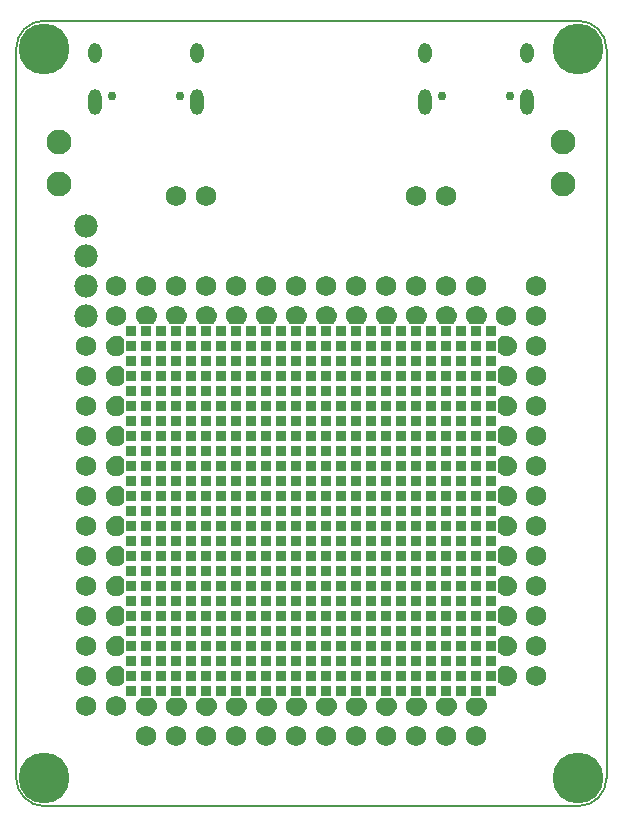
<source format=gbs>
G04*
G04 #@! TF.GenerationSoftware,Altium Limited,Altium Designer,23.3.1 (30)*
G04*
G04 Layer_Color=16711935*
%FSLAX25Y25*%
%MOIN*%
G70*
G04*
G04 #@! TF.SameCoordinates,D048E5A0-3BFD-467D-8461-715AC76033F9*
G04*
G04*
G04 #@! TF.FilePolarity,Negative*
G04*
G01*
G75*
%ADD12C,0.00787*%
%ADD98C,0.06896*%
%ADD99O,0.04337X0.06699*%
%ADD100O,0.04337X0.08668*%
%ADD101C,0.02959*%
%ADD102C,0.16935*%
%ADD103C,0.08274*%
%ADD104C,0.07800*%
G04:AMPARAMS|DCode=123|XSize=35.5mil|YSize=35.5mil|CornerRadius=5.15mil|HoleSize=0mil|Usage=FLASHONLY|Rotation=90.000|XOffset=0mil|YOffset=0mil|HoleType=Round|Shape=RoundedRectangle|*
%AMROUNDEDRECTD123*
21,1,0.03550,0.02520,0,0,90.0*
21,1,0.02520,0.03550,0,0,90.0*
1,1,0.01030,0.01260,0.01260*
1,1,0.01030,0.01260,-0.01260*
1,1,0.01030,-0.01260,-0.01260*
1,1,0.01030,-0.01260,0.01260*
%
%ADD123ROUNDEDRECTD123*%
G36*
X37700Y47100D02*
X37372Y47522D01*
X36489Y48125D01*
X35465Y48431D01*
X34396Y48409D01*
X33384Y48062D01*
X32527Y47423D01*
X31906Y46553D01*
X31580Y45535D01*
Y44465D01*
X31906Y43447D01*
X32527Y42577D01*
X33384Y41938D01*
X34396Y41591D01*
X35465Y41569D01*
X36489Y41875D01*
X37372Y42478D01*
X37700Y42900D01*
Y42900D01*
Y47100D01*
D02*
G37*
G36*
Y57100D02*
X37372Y57522D01*
X36489Y58125D01*
X35465Y58431D01*
X34396Y58409D01*
X33384Y58062D01*
X32527Y57423D01*
X31906Y56553D01*
X31580Y55535D01*
Y54465D01*
X31906Y53447D01*
X32527Y52577D01*
X33384Y51938D01*
X34396Y51591D01*
X35465Y51569D01*
X36489Y51875D01*
X37372Y52478D01*
X37700Y52900D01*
Y52900D01*
Y57100D01*
D02*
G37*
G36*
Y67100D02*
X37372Y67522D01*
X36489Y68125D01*
X35465Y68431D01*
X34396Y68409D01*
X33384Y68062D01*
X32527Y67423D01*
X31906Y66553D01*
X31580Y65535D01*
Y64465D01*
X31906Y63447D01*
X32527Y62577D01*
X33384Y61938D01*
X34396Y61591D01*
X35465Y61569D01*
X36489Y61875D01*
X37372Y62478D01*
X37700Y62900D01*
Y62900D01*
Y67100D01*
D02*
G37*
G36*
Y77100D02*
X37372Y77522D01*
X36489Y78125D01*
X35465Y78431D01*
X34396Y78409D01*
X33384Y78062D01*
X32527Y77423D01*
X31906Y76553D01*
X31580Y75535D01*
Y74465D01*
X31906Y73447D01*
X32527Y72577D01*
X33384Y71938D01*
X34396Y71591D01*
X35465Y71569D01*
X36489Y71875D01*
X37372Y72478D01*
X37700Y72900D01*
Y72900D01*
Y77100D01*
D02*
G37*
G36*
Y87100D02*
X37372Y87522D01*
X36489Y88125D01*
X35465Y88431D01*
X34396Y88409D01*
X33384Y88062D01*
X32527Y87423D01*
X31906Y86553D01*
X31580Y85535D01*
Y84465D01*
X31906Y83447D01*
X32527Y82577D01*
X33384Y81938D01*
X34396Y81591D01*
X35465Y81569D01*
X36489Y81875D01*
X37372Y82478D01*
X37700Y82900D01*
Y82900D01*
Y87100D01*
D02*
G37*
G36*
Y97100D02*
X37372Y97522D01*
X36489Y98125D01*
X35465Y98431D01*
X34396Y98409D01*
X33384Y98062D01*
X32527Y97423D01*
X31906Y96553D01*
X31580Y95535D01*
Y94465D01*
X31906Y93447D01*
X32527Y92577D01*
X33384Y91938D01*
X34396Y91591D01*
X35465Y91569D01*
X36489Y91875D01*
X37372Y92478D01*
X37700Y92900D01*
Y92900D01*
Y97100D01*
D02*
G37*
G36*
X42900Y37700D02*
X42478Y37372D01*
X41875Y36489D01*
X41569Y35465D01*
X41591Y34396D01*
X41938Y33384D01*
X42577Y32527D01*
X43447Y31906D01*
X44465Y31580D01*
X45535D01*
X46553Y31906D01*
X47423Y32527D01*
X48062Y33384D01*
X48409Y34396D01*
X48431Y35465D01*
X48125Y36489D01*
X47522Y37372D01*
X47100Y37700D01*
D01*
X42900D01*
D02*
G37*
G36*
X52900D02*
X52478Y37372D01*
X51875Y36489D01*
X51569Y35465D01*
X51591Y34396D01*
X51938Y33384D01*
X52577Y32527D01*
X53447Y31906D01*
X54465Y31580D01*
X55535D01*
X56553Y31906D01*
X57423Y32527D01*
X58062Y33384D01*
X58409Y34396D01*
X58431Y35465D01*
X58125Y36489D01*
X57522Y37372D01*
X57100Y37700D01*
D01*
X52900D01*
D02*
G37*
G36*
X62900D02*
X62478Y37372D01*
X61875Y36489D01*
X61569Y35465D01*
X61591Y34396D01*
X61938Y33384D01*
X62577Y32527D01*
X63447Y31906D01*
X64465Y31580D01*
X65535D01*
X66553Y31906D01*
X67423Y32527D01*
X68062Y33384D01*
X68409Y34396D01*
X68431Y35465D01*
X68125Y36489D01*
X67522Y37372D01*
X67100Y37700D01*
D01*
X62900D01*
D02*
G37*
G36*
X72900D02*
X72478Y37372D01*
X71875Y36489D01*
X71569Y35465D01*
X71591Y34396D01*
X71938Y33384D01*
X72577Y32527D01*
X73447Y31906D01*
X74465Y31580D01*
X75535D01*
X76553Y31906D01*
X77423Y32527D01*
X78062Y33384D01*
X78409Y34396D01*
X78431Y35465D01*
X78125Y36489D01*
X77522Y37372D01*
X77100Y37700D01*
D01*
X72900D01*
D02*
G37*
G36*
X82900D02*
X82478Y37372D01*
X81875Y36489D01*
X81569Y35465D01*
X81591Y34396D01*
X81938Y33384D01*
X82577Y32527D01*
X83447Y31906D01*
X84465Y31580D01*
X85535D01*
X86553Y31906D01*
X87423Y32527D01*
X88062Y33384D01*
X88409Y34396D01*
X88431Y35465D01*
X88125Y36489D01*
X87522Y37372D01*
X87100Y37700D01*
D01*
X82900D01*
D02*
G37*
G36*
X92900D02*
X92478Y37372D01*
X91875Y36489D01*
X91569Y35465D01*
X91591Y34396D01*
X91938Y33384D01*
X92577Y32527D01*
X93447Y31906D01*
X94465Y31580D01*
X95535D01*
X96553Y31906D01*
X97423Y32527D01*
X98062Y33384D01*
X98409Y34396D01*
X98431Y35465D01*
X98125Y36489D01*
X97522Y37372D01*
X97100Y37700D01*
D01*
X92900D01*
D02*
G37*
G36*
X37700Y107100D02*
X37372Y107522D01*
X36489Y108125D01*
X35465Y108431D01*
X34396Y108409D01*
X33384Y108062D01*
X32527Y107423D01*
X31906Y106553D01*
X31580Y105535D01*
Y104465D01*
X31906Y103447D01*
X32527Y102577D01*
X33384Y101938D01*
X34396Y101591D01*
X35465Y101569D01*
X36489Y101875D01*
X37372Y102478D01*
X37700Y102900D01*
Y102900D01*
Y107100D01*
D02*
G37*
G36*
Y117100D02*
X37372Y117522D01*
X36489Y118125D01*
X35465Y118431D01*
X34396Y118409D01*
X33384Y118062D01*
X32527Y117423D01*
X31906Y116553D01*
X31580Y115535D01*
Y114465D01*
X31906Y113447D01*
X32527Y112577D01*
X33384Y111938D01*
X34396Y111591D01*
X35465Y111569D01*
X36489Y111875D01*
X37372Y112478D01*
X37700Y112900D01*
Y112900D01*
Y117100D01*
D02*
G37*
G36*
Y127100D02*
X37372Y127522D01*
X36489Y128125D01*
X35465Y128431D01*
X34396Y128409D01*
X33384Y128062D01*
X32527Y127423D01*
X31906Y126553D01*
X31580Y125535D01*
Y124465D01*
X31906Y123447D01*
X32527Y122577D01*
X33384Y121938D01*
X34396Y121591D01*
X35465Y121569D01*
X36489Y121875D01*
X37372Y122478D01*
X37700Y122900D01*
Y122900D01*
Y127100D01*
D02*
G37*
G36*
Y137100D02*
X37372Y137522D01*
X36489Y138125D01*
X35465Y138431D01*
X34396Y138409D01*
X33384Y138062D01*
X32527Y137423D01*
X31906Y136553D01*
X31580Y135535D01*
Y134465D01*
X31906Y133447D01*
X32527Y132577D01*
X33384Y131938D01*
X34396Y131591D01*
X35465Y131569D01*
X36489Y131875D01*
X37372Y132478D01*
X37700Y132900D01*
Y132900D01*
Y137100D01*
D02*
G37*
G36*
Y147100D02*
X37372Y147522D01*
X36489Y148125D01*
X35465Y148431D01*
X34396Y148409D01*
X33384Y148062D01*
X32527Y147423D01*
X31906Y146553D01*
X31580Y145535D01*
Y144465D01*
X31906Y143447D01*
X32527Y142577D01*
X33384Y141938D01*
X34396Y141591D01*
X35465Y141569D01*
X36489Y141875D01*
X37372Y142478D01*
X37700Y142900D01*
Y142900D01*
Y147100D01*
D02*
G37*
G36*
Y157100D02*
X37372Y157522D01*
X36489Y158125D01*
X35465Y158431D01*
X34396Y158409D01*
X33384Y158062D01*
X32527Y157423D01*
X31906Y156553D01*
X31580Y155535D01*
Y154465D01*
X31906Y153447D01*
X32527Y152577D01*
X33384Y151938D01*
X34396Y151591D01*
X35465Y151569D01*
X36489Y151875D01*
X37372Y152478D01*
X37700Y152900D01*
Y152900D01*
Y157100D01*
D02*
G37*
G36*
X47100Y162300D02*
X47522Y162628D01*
X48125Y163511D01*
X48431Y164535D01*
X48409Y165604D01*
X48062Y166616D01*
X47423Y167473D01*
X46553Y168094D01*
X45535Y168421D01*
X44465D01*
X43447Y168094D01*
X42577Y167473D01*
X41938Y166616D01*
X41591Y165604D01*
X41569Y164535D01*
X41875Y163511D01*
X42478Y162628D01*
X42900Y162300D01*
X42900Y162300D01*
X47100Y162300D01*
D02*
G37*
G36*
X57100D02*
X57522Y162628D01*
X58125Y163511D01*
X58431Y164535D01*
X58409Y165604D01*
X58062Y166616D01*
X57423Y167473D01*
X56553Y168094D01*
X55535Y168421D01*
X54465D01*
X53447Y168094D01*
X52577Y167473D01*
X51938Y166616D01*
X51591Y165604D01*
X51569Y164535D01*
X51875Y163511D01*
X52478Y162628D01*
X52900Y162300D01*
X52900Y162300D01*
X57100Y162300D01*
D02*
G37*
G36*
X67100D02*
X67522Y162628D01*
X68125Y163511D01*
X68431Y164535D01*
X68409Y165604D01*
X68062Y166616D01*
X67423Y167473D01*
X66553Y168094D01*
X65535Y168421D01*
X64465D01*
X63447Y168094D01*
X62577Y167473D01*
X61938Y166616D01*
X61591Y165604D01*
X61569Y164535D01*
X61875Y163511D01*
X62478Y162628D01*
X62900Y162300D01*
X62900Y162300D01*
X67100Y162300D01*
D02*
G37*
G36*
X77100D02*
X77522Y162628D01*
X78125Y163511D01*
X78431Y164535D01*
X78409Y165604D01*
X78062Y166616D01*
X77423Y167473D01*
X76553Y168094D01*
X75535Y168421D01*
X74465D01*
X73447Y168094D01*
X72577Y167473D01*
X71938Y166616D01*
X71591Y165604D01*
X71569Y164535D01*
X71875Y163511D01*
X72478Y162628D01*
X72900Y162300D01*
X72900Y162300D01*
X77100Y162300D01*
D02*
G37*
G36*
X87100D02*
X87522Y162628D01*
X88125Y163511D01*
X88431Y164535D01*
X88409Y165604D01*
X88062Y166616D01*
X87423Y167473D01*
X86553Y168094D01*
X85535Y168421D01*
X84465D01*
X83447Y168094D01*
X82577Y167473D01*
X81938Y166616D01*
X81591Y165604D01*
X81569Y164535D01*
X81875Y163511D01*
X82478Y162628D01*
X82900Y162300D01*
X82900Y162300D01*
X87100Y162300D01*
D02*
G37*
G36*
X97100D02*
X97522Y162628D01*
X98125Y163511D01*
X98431Y164535D01*
X98409Y165604D01*
X98062Y166616D01*
X97423Y167473D01*
X96553Y168094D01*
X95535Y168421D01*
X94465D01*
X93447Y168094D01*
X92577Y167473D01*
X91938Y166616D01*
X91591Y165604D01*
X91569Y164535D01*
X91875Y163511D01*
X92478Y162628D01*
X92900Y162300D01*
X92900Y162300D01*
X97100Y162300D01*
D02*
G37*
G36*
X102900Y37700D02*
X102478Y37372D01*
X101875Y36489D01*
X101569Y35465D01*
X101591Y34396D01*
X101938Y33384D01*
X102577Y32527D01*
X103447Y31906D01*
X104465Y31580D01*
X105535D01*
X106553Y31906D01*
X107423Y32527D01*
X108062Y33384D01*
X108409Y34396D01*
X108431Y35465D01*
X108125Y36489D01*
X107522Y37372D01*
X107100Y37700D01*
D01*
X102900D01*
D02*
G37*
G36*
X112900D02*
X112478Y37372D01*
X111875Y36489D01*
X111569Y35465D01*
X111591Y34396D01*
X111938Y33384D01*
X112577Y32527D01*
X113447Y31906D01*
X114465Y31580D01*
X115535D01*
X116553Y31906D01*
X117423Y32527D01*
X118062Y33384D01*
X118409Y34396D01*
X118431Y35465D01*
X118125Y36489D01*
X117522Y37372D01*
X117100Y37700D01*
D01*
X112900D01*
D02*
G37*
G36*
X122900D02*
X122478Y37372D01*
X121875Y36489D01*
X121569Y35465D01*
X121591Y34396D01*
X121938Y33384D01*
X122577Y32527D01*
X123447Y31906D01*
X124465Y31580D01*
X125535D01*
X126553Y31906D01*
X127423Y32527D01*
X128062Y33384D01*
X128409Y34396D01*
X128431Y35465D01*
X128125Y36489D01*
X127522Y37372D01*
X127100Y37700D01*
D01*
X122900D01*
D02*
G37*
G36*
X132900D02*
X132478Y37372D01*
X131875Y36489D01*
X131569Y35465D01*
X131591Y34396D01*
X131938Y33384D01*
X132577Y32527D01*
X133447Y31906D01*
X134465Y31580D01*
X135535D01*
X136553Y31906D01*
X137423Y32527D01*
X138062Y33384D01*
X138409Y34396D01*
X138431Y35465D01*
X138125Y36489D01*
X137522Y37372D01*
X137100Y37700D01*
D01*
X132900D01*
D02*
G37*
G36*
X142900D02*
X142478Y37372D01*
X141875Y36489D01*
X141569Y35465D01*
X141591Y34396D01*
X141938Y33384D01*
X142577Y32527D01*
X143447Y31906D01*
X144465Y31580D01*
X145535D01*
X146553Y31906D01*
X147423Y32527D01*
X148062Y33384D01*
X148409Y34396D01*
X148431Y35465D01*
X148125Y36489D01*
X147522Y37372D01*
X147100Y37700D01*
D01*
X142900D01*
D02*
G37*
G36*
X152900D02*
X152478Y37372D01*
X151875Y36489D01*
X151569Y35465D01*
X151591Y34396D01*
X151938Y33384D01*
X152577Y32527D01*
X153447Y31906D01*
X154465Y31580D01*
X155535D01*
X156553Y31906D01*
X157423Y32527D01*
X158062Y33384D01*
X158409Y34396D01*
X158431Y35465D01*
X158125Y36489D01*
X157522Y37372D01*
X157100Y37700D01*
D01*
X152900D01*
D02*
G37*
G36*
X162300Y42900D02*
X162628Y42478D01*
X163511Y41875D01*
X164535Y41569D01*
X165604Y41591D01*
X166616Y41938D01*
X167473Y42577D01*
X168094Y43447D01*
X168421Y44465D01*
Y45535D01*
X168094Y46553D01*
X167473Y47423D01*
X166616Y48062D01*
X165604Y48409D01*
X164535Y48431D01*
X163511Y48125D01*
X162628Y47522D01*
X162300Y47100D01*
X162300D01*
X162300Y42900D01*
D02*
G37*
G36*
Y52900D02*
X162628Y52478D01*
X163511Y51875D01*
X164535Y51569D01*
X165604Y51591D01*
X166616Y51938D01*
X167473Y52577D01*
X168094Y53447D01*
X168421Y54465D01*
Y55535D01*
X168094Y56553D01*
X167473Y57423D01*
X166616Y58062D01*
X165604Y58409D01*
X164535Y58431D01*
X163511Y58125D01*
X162628Y57522D01*
X162300Y57100D01*
X162300D01*
X162300Y52900D01*
D02*
G37*
G36*
Y62900D02*
X162628Y62478D01*
X163511Y61875D01*
X164535Y61569D01*
X165604Y61591D01*
X166616Y61938D01*
X167473Y62577D01*
X168094Y63447D01*
X168421Y64465D01*
Y65535D01*
X168094Y66553D01*
X167473Y67423D01*
X166616Y68062D01*
X165604Y68409D01*
X164535Y68431D01*
X163511Y68125D01*
X162628Y67522D01*
X162300Y67100D01*
X162300D01*
X162300Y62900D01*
D02*
G37*
G36*
Y72900D02*
X162628Y72478D01*
X163511Y71875D01*
X164535Y71569D01*
X165604Y71591D01*
X166616Y71938D01*
X167473Y72577D01*
X168094Y73447D01*
X168421Y74465D01*
Y75535D01*
X168094Y76553D01*
X167473Y77423D01*
X166616Y78062D01*
X165604Y78409D01*
X164535Y78431D01*
X163511Y78125D01*
X162628Y77522D01*
X162300Y77100D01*
X162300D01*
X162300Y72900D01*
D02*
G37*
G36*
Y82900D02*
X162628Y82478D01*
X163511Y81875D01*
X164535Y81569D01*
X165604Y81591D01*
X166616Y81938D01*
X167473Y82577D01*
X168094Y83447D01*
X168421Y84465D01*
Y85535D01*
X168094Y86553D01*
X167473Y87423D01*
X166616Y88062D01*
X165604Y88409D01*
X164535Y88431D01*
X163511Y88125D01*
X162628Y87522D01*
X162300Y87100D01*
X162300D01*
X162300Y82900D01*
D02*
G37*
G36*
Y92900D02*
X162628Y92478D01*
X163511Y91875D01*
X164535Y91569D01*
X165604Y91591D01*
X166616Y91938D01*
X167473Y92577D01*
X168094Y93447D01*
X168421Y94465D01*
Y95535D01*
X168094Y96553D01*
X167473Y97423D01*
X166616Y98062D01*
X165604Y98409D01*
X164535Y98431D01*
X163511Y98125D01*
X162628Y97522D01*
X162300Y97100D01*
X162300D01*
X162300Y92900D01*
D02*
G37*
G36*
X107100Y162300D02*
X107522Y162628D01*
X108125Y163511D01*
X108431Y164535D01*
X108409Y165604D01*
X108062Y166616D01*
X107423Y167473D01*
X106553Y168094D01*
X105535Y168421D01*
X104465D01*
X103447Y168094D01*
X102577Y167473D01*
X101938Y166616D01*
X101591Y165604D01*
X101569Y164535D01*
X101875Y163511D01*
X102478Y162628D01*
X102900Y162300D01*
X102900Y162300D01*
X107100Y162300D01*
D02*
G37*
G36*
X117100D02*
X117522Y162628D01*
X118125Y163511D01*
X118431Y164535D01*
X118409Y165604D01*
X118062Y166616D01*
X117423Y167473D01*
X116553Y168094D01*
X115535Y168421D01*
X114465D01*
X113447Y168094D01*
X112577Y167473D01*
X111938Y166616D01*
X111591Y165604D01*
X111569Y164535D01*
X111875Y163511D01*
X112478Y162628D01*
X112900Y162300D01*
X112900Y162300D01*
X117100Y162300D01*
D02*
G37*
G36*
X127100D02*
X127522Y162628D01*
X128125Y163511D01*
X128431Y164535D01*
X128409Y165604D01*
X128062Y166616D01*
X127423Y167473D01*
X126553Y168094D01*
X125535Y168421D01*
X124465D01*
X123447Y168094D01*
X122577Y167473D01*
X121938Y166616D01*
X121591Y165604D01*
X121569Y164535D01*
X121875Y163511D01*
X122478Y162628D01*
X122900Y162300D01*
X122900Y162300D01*
X127100Y162300D01*
D02*
G37*
G36*
X137100D02*
X137522Y162628D01*
X138125Y163511D01*
X138431Y164535D01*
X138409Y165604D01*
X138062Y166616D01*
X137423Y167473D01*
X136553Y168094D01*
X135535Y168421D01*
X134465D01*
X133447Y168094D01*
X132577Y167473D01*
X131938Y166616D01*
X131591Y165604D01*
X131569Y164535D01*
X131875Y163511D01*
X132478Y162628D01*
X132900Y162300D01*
X132900Y162300D01*
X137100Y162300D01*
D02*
G37*
G36*
X147100D02*
X147522Y162628D01*
X148125Y163511D01*
X148431Y164535D01*
X148409Y165604D01*
X148062Y166616D01*
X147423Y167473D01*
X146553Y168094D01*
X145535Y168421D01*
X144465D01*
X143447Y168094D01*
X142577Y167473D01*
X141938Y166616D01*
X141591Y165604D01*
X141569Y164535D01*
X141875Y163511D01*
X142478Y162628D01*
X142900Y162300D01*
X142900Y162300D01*
X147100Y162300D01*
D02*
G37*
G36*
X157100D02*
X157522Y162628D01*
X158125Y163511D01*
X158431Y164535D01*
X158409Y165604D01*
X158062Y166616D01*
X157423Y167473D01*
X156553Y168094D01*
X155535Y168421D01*
X154465D01*
X153447Y168094D01*
X152577Y167473D01*
X151938Y166616D01*
X151591Y165604D01*
X151569Y164535D01*
X151875Y163511D01*
X152478Y162628D01*
X152900Y162300D01*
X152900Y162300D01*
X157100Y162300D01*
D02*
G37*
G36*
X162300Y102900D02*
X162628Y102478D01*
X163511Y101875D01*
X164535Y101569D01*
X165604Y101591D01*
X166616Y101938D01*
X167473Y102577D01*
X168094Y103447D01*
X168421Y104465D01*
Y105535D01*
X168094Y106553D01*
X167473Y107423D01*
X166616Y108062D01*
X165604Y108409D01*
X164535Y108431D01*
X163511Y108125D01*
X162628Y107522D01*
X162300Y107100D01*
X162300D01*
X162300Y102900D01*
D02*
G37*
G36*
Y112900D02*
X162628Y112478D01*
X163511Y111875D01*
X164535Y111569D01*
X165604Y111591D01*
X166616Y111938D01*
X167473Y112577D01*
X168094Y113447D01*
X168421Y114465D01*
Y115535D01*
X168094Y116553D01*
X167473Y117423D01*
X166616Y118062D01*
X165604Y118409D01*
X164535Y118431D01*
X163511Y118125D01*
X162628Y117522D01*
X162300Y117100D01*
X162300D01*
X162300Y112900D01*
D02*
G37*
G36*
Y122900D02*
X162628Y122478D01*
X163511Y121875D01*
X164535Y121569D01*
X165604Y121591D01*
X166616Y121938D01*
X167473Y122577D01*
X168094Y123447D01*
X168421Y124465D01*
Y125535D01*
X168094Y126553D01*
X167473Y127423D01*
X166616Y128062D01*
X165604Y128409D01*
X164535Y128431D01*
X163511Y128125D01*
X162628Y127522D01*
X162300Y127100D01*
X162300D01*
X162300Y122900D01*
D02*
G37*
G36*
Y132900D02*
X162628Y132478D01*
X163511Y131875D01*
X164535Y131569D01*
X165604Y131591D01*
X166616Y131938D01*
X167473Y132577D01*
X168094Y133447D01*
X168421Y134465D01*
Y135535D01*
X168094Y136553D01*
X167473Y137423D01*
X166616Y138062D01*
X165604Y138409D01*
X164535Y138431D01*
X163511Y138125D01*
X162628Y137522D01*
X162300Y137100D01*
X162300D01*
X162300Y132900D01*
D02*
G37*
G36*
Y142900D02*
X162628Y142478D01*
X163511Y141875D01*
X164535Y141569D01*
X165604Y141591D01*
X166616Y141938D01*
X167473Y142577D01*
X168094Y143447D01*
X168421Y144465D01*
Y145535D01*
X168094Y146553D01*
X167473Y147423D01*
X166616Y148062D01*
X165604Y148409D01*
X164535Y148431D01*
X163511Y148125D01*
X162628Y147522D01*
X162300Y147100D01*
X162300D01*
X162300Y142900D01*
D02*
G37*
G36*
Y152900D02*
X162628Y152478D01*
X163511Y151875D01*
X164535Y151569D01*
X165604Y151591D01*
X166616Y151938D01*
X167473Y152577D01*
X168094Y153447D01*
X168421Y154465D01*
Y155535D01*
X168094Y156553D01*
X167473Y157423D01*
X166616Y158062D01*
X165604Y158409D01*
X164535Y158431D01*
X163511Y158125D01*
X162628Y157522D01*
X162300Y157100D01*
X162300D01*
X162300Y152900D01*
D02*
G37*
D12*
X188976Y1575D02*
G03*
X198425Y11024I0J9449D01*
G01*
Y253937D02*
G03*
X188976Y263386I-9449J0D01*
G01*
X11024D02*
G03*
X1575Y253937I0J-9449D01*
G01*
Y11024D02*
G03*
X11024Y1575I9449J0D01*
G01*
X1575Y11024D02*
Y253937D01*
X11024Y263386D02*
X188976D01*
X198425Y11024D02*
Y253937D01*
X11024Y1575D02*
X188976D01*
D98*
X35000Y35000D02*
D03*
X25000D02*
D03*
X165000Y165000D02*
D03*
X35000D02*
D03*
Y175000D02*
D03*
X175000Y165000D02*
D03*
Y175000D02*
D03*
X155000D02*
D03*
X125000D02*
D03*
X115000D02*
D03*
X105000D02*
D03*
X95000D02*
D03*
X85000D02*
D03*
X75000D02*
D03*
X65000D02*
D03*
X55000D02*
D03*
X45000D02*
D03*
X135000D02*
D03*
X145000D02*
D03*
X175000Y155000D02*
D03*
Y145000D02*
D03*
Y125000D02*
D03*
Y115000D02*
D03*
Y75000D02*
D03*
Y135000D02*
D03*
Y105000D02*
D03*
Y95000D02*
D03*
Y85000D02*
D03*
Y65000D02*
D03*
Y55000D02*
D03*
Y45000D02*
D03*
X155000Y25000D02*
D03*
X115000D02*
D03*
X105000D02*
D03*
X95000D02*
D03*
X85000D02*
D03*
X75000D02*
D03*
X65000D02*
D03*
X55000D02*
D03*
X45000D02*
D03*
X145000D02*
D03*
X135000D02*
D03*
X125000D02*
D03*
X25000Y155000D02*
D03*
Y145000D02*
D03*
Y135000D02*
D03*
Y125000D02*
D03*
Y115000D02*
D03*
Y105000D02*
D03*
Y95000D02*
D03*
Y85000D02*
D03*
Y75000D02*
D03*
Y65000D02*
D03*
Y55000D02*
D03*
Y45000D02*
D03*
X145000Y205000D02*
D03*
X135000D02*
D03*
X55000D02*
D03*
X65000D02*
D03*
D99*
X27992Y252764D02*
D03*
X62008D02*
D03*
X137992D02*
D03*
X172008D02*
D03*
D100*
X62008Y236307D02*
D03*
X27992D02*
D03*
X172008D02*
D03*
X137992D02*
D03*
D101*
X33622Y238394D02*
D03*
X56378D02*
D03*
X143622D02*
D03*
X166378D02*
D03*
D102*
X11024Y253937D02*
D03*
X188976D02*
D03*
Y11024D02*
D03*
X11024D02*
D03*
D103*
X16000Y222890D02*
D03*
Y209110D02*
D03*
X184000Y222890D02*
D03*
Y209110D02*
D03*
D104*
X25000Y195000D02*
D03*
Y185000D02*
D03*
Y175000D02*
D03*
Y165000D02*
D03*
D123*
X40000Y160000D02*
D03*
Y155000D02*
D03*
Y140000D02*
D03*
Y135000D02*
D03*
Y120000D02*
D03*
Y115000D02*
D03*
Y125000D02*
D03*
Y130000D02*
D03*
Y40000D02*
D03*
Y45000D02*
D03*
Y150000D02*
D03*
Y145000D02*
D03*
Y110000D02*
D03*
Y105000D02*
D03*
Y100000D02*
D03*
Y95000D02*
D03*
Y90000D02*
D03*
Y85000D02*
D03*
Y80000D02*
D03*
Y75000D02*
D03*
Y70000D02*
D03*
Y65000D02*
D03*
Y60000D02*
D03*
X45000Y100000D02*
D03*
Y95000D02*
D03*
Y90000D02*
D03*
Y85000D02*
D03*
X40000Y50000D02*
D03*
Y55000D02*
D03*
X45000Y80000D02*
D03*
Y75000D02*
D03*
Y70000D02*
D03*
Y65000D02*
D03*
Y60000D02*
D03*
Y55000D02*
D03*
Y50000D02*
D03*
Y45000D02*
D03*
Y40000D02*
D03*
Y110000D02*
D03*
Y160000D02*
D03*
Y155000D02*
D03*
Y150000D02*
D03*
Y145000D02*
D03*
Y140000D02*
D03*
Y135000D02*
D03*
Y120000D02*
D03*
Y115000D02*
D03*
Y105000D02*
D03*
Y125000D02*
D03*
Y130000D02*
D03*
X145000Y150000D02*
D03*
Y135000D02*
D03*
Y145000D02*
D03*
Y155000D02*
D03*
Y160000D02*
D03*
X105000Y135000D02*
D03*
Y130000D02*
D03*
X110000Y135000D02*
D03*
X115000D02*
D03*
Y130000D02*
D03*
X120000Y135000D02*
D03*
Y130000D02*
D03*
X125000Y135000D02*
D03*
Y130000D02*
D03*
X130000D02*
D03*
Y135000D02*
D03*
Y140000D02*
D03*
Y145000D02*
D03*
Y150000D02*
D03*
Y155000D02*
D03*
Y160000D02*
D03*
X110000Y80000D02*
D03*
Y95000D02*
D03*
Y90000D02*
D03*
Y85000D02*
D03*
X115000Y95000D02*
D03*
Y80000D02*
D03*
Y100000D02*
D03*
X150000Y160000D02*
D03*
Y130000D02*
D03*
Y135000D02*
D03*
Y140000D02*
D03*
Y145000D02*
D03*
Y150000D02*
D03*
Y155000D02*
D03*
X125000Y100000D02*
D03*
X120000Y110000D02*
D03*
Y125000D02*
D03*
Y120000D02*
D03*
Y115000D02*
D03*
X125000Y125000D02*
D03*
Y120000D02*
D03*
Y115000D02*
D03*
Y110000D02*
D03*
Y105000D02*
D03*
X130000Y100000D02*
D03*
Y105000D02*
D03*
Y110000D02*
D03*
Y115000D02*
D03*
Y120000D02*
D03*
Y125000D02*
D03*
X150000Y95000D02*
D03*
Y80000D02*
D03*
Y85000D02*
D03*
Y90000D02*
D03*
Y75000D02*
D03*
Y70000D02*
D03*
X155000D02*
D03*
Y75000D02*
D03*
Y95000D02*
D03*
Y90000D02*
D03*
Y85000D02*
D03*
Y80000D02*
D03*
X160000Y95000D02*
D03*
Y90000D02*
D03*
Y85000D02*
D03*
Y80000D02*
D03*
X145000Y130000D02*
D03*
X140000Y100000D02*
D03*
Y105000D02*
D03*
Y110000D02*
D03*
Y115000D02*
D03*
Y120000D02*
D03*
Y125000D02*
D03*
Y130000D02*
D03*
Y135000D02*
D03*
Y140000D02*
D03*
Y145000D02*
D03*
Y150000D02*
D03*
Y155000D02*
D03*
Y160000D02*
D03*
X135000D02*
D03*
Y125000D02*
D03*
Y120000D02*
D03*
Y130000D02*
D03*
Y135000D02*
D03*
Y140000D02*
D03*
Y145000D02*
D03*
Y150000D02*
D03*
Y155000D02*
D03*
X145000Y95000D02*
D03*
X150000Y100000D02*
D03*
Y105000D02*
D03*
Y110000D02*
D03*
Y115000D02*
D03*
Y120000D02*
D03*
Y125000D02*
D03*
X145000Y100000D02*
D03*
Y105000D02*
D03*
Y110000D02*
D03*
Y115000D02*
D03*
Y120000D02*
D03*
Y125000D02*
D03*
Y70000D02*
D03*
Y90000D02*
D03*
Y80000D02*
D03*
Y85000D02*
D03*
Y75000D02*
D03*
X140000Y80000D02*
D03*
Y85000D02*
D03*
Y90000D02*
D03*
Y95000D02*
D03*
Y75000D02*
D03*
Y70000D02*
D03*
X135000Y80000D02*
D03*
Y100000D02*
D03*
Y105000D02*
D03*
Y110000D02*
D03*
Y115000D02*
D03*
Y85000D02*
D03*
Y90000D02*
D03*
Y95000D02*
D03*
Y75000D02*
D03*
Y70000D02*
D03*
X130000Y80000D02*
D03*
Y85000D02*
D03*
Y90000D02*
D03*
Y95000D02*
D03*
Y75000D02*
D03*
Y70000D02*
D03*
X155000Y160000D02*
D03*
Y155000D02*
D03*
Y150000D02*
D03*
Y145000D02*
D03*
Y140000D02*
D03*
Y135000D02*
D03*
Y130000D02*
D03*
Y125000D02*
D03*
Y100000D02*
D03*
Y115000D02*
D03*
Y120000D02*
D03*
Y110000D02*
D03*
Y105000D02*
D03*
X160000Y120000D02*
D03*
Y160000D02*
D03*
Y155000D02*
D03*
Y150000D02*
D03*
Y145000D02*
D03*
Y140000D02*
D03*
Y135000D02*
D03*
Y130000D02*
D03*
Y125000D02*
D03*
Y115000D02*
D03*
Y110000D02*
D03*
Y105000D02*
D03*
Y100000D02*
D03*
X110000Y50000D02*
D03*
Y55000D02*
D03*
X115000D02*
D03*
Y50000D02*
D03*
X120000Y55000D02*
D03*
Y50000D02*
D03*
Y45000D02*
D03*
Y40000D02*
D03*
X125000Y65000D02*
D03*
Y60000D02*
D03*
Y55000D02*
D03*
Y50000D02*
D03*
Y45000D02*
D03*
Y40000D02*
D03*
X150000Y65000D02*
D03*
Y60000D02*
D03*
X145000D02*
D03*
Y65000D02*
D03*
X140000Y60000D02*
D03*
Y65000D02*
D03*
X135000Y60000D02*
D03*
Y65000D02*
D03*
X130000Y60000D02*
D03*
Y65000D02*
D03*
X155000D02*
D03*
Y60000D02*
D03*
X160000Y70000D02*
D03*
Y75000D02*
D03*
Y60000D02*
D03*
X130000Y40000D02*
D03*
X145000D02*
D03*
Y45000D02*
D03*
X140000Y40000D02*
D03*
Y45000D02*
D03*
Y50000D02*
D03*
X135000Y40000D02*
D03*
Y45000D02*
D03*
Y50000D02*
D03*
X130000Y45000D02*
D03*
Y50000D02*
D03*
Y55000D02*
D03*
X150000Y40000D02*
D03*
Y45000D02*
D03*
Y50000D02*
D03*
Y55000D02*
D03*
X145000Y50000D02*
D03*
Y55000D02*
D03*
X140000D02*
D03*
X135000D02*
D03*
X155000D02*
D03*
Y50000D02*
D03*
Y45000D02*
D03*
Y40000D02*
D03*
X160000Y50000D02*
D03*
X55000Y120000D02*
D03*
Y105000D02*
D03*
Y110000D02*
D03*
Y115000D02*
D03*
Y100000D02*
D03*
X50000Y105000D02*
D03*
Y110000D02*
D03*
Y115000D02*
D03*
Y120000D02*
D03*
Y100000D02*
D03*
X55000Y140000D02*
D03*
Y145000D02*
D03*
Y150000D02*
D03*
X70000Y160000D02*
D03*
Y130000D02*
D03*
Y120000D02*
D03*
Y135000D02*
D03*
Y140000D02*
D03*
Y145000D02*
D03*
Y150000D02*
D03*
Y155000D02*
D03*
X75000Y160000D02*
D03*
Y155000D02*
D03*
Y150000D02*
D03*
Y145000D02*
D03*
Y135000D02*
D03*
Y125000D02*
D03*
Y130000D02*
D03*
Y120000D02*
D03*
Y110000D02*
D03*
X70000Y115000D02*
D03*
X75000D02*
D03*
Y105000D02*
D03*
X100000Y160000D02*
D03*
Y155000D02*
D03*
Y150000D02*
D03*
X95000Y160000D02*
D03*
Y155000D02*
D03*
Y150000D02*
D03*
Y145000D02*
D03*
Y140000D02*
D03*
Y135000D02*
D03*
Y130000D02*
D03*
X80000D02*
D03*
Y100000D02*
D03*
Y95000D02*
D03*
Y90000D02*
D03*
Y85000D02*
D03*
Y80000D02*
D03*
Y75000D02*
D03*
Y120000D02*
D03*
Y115000D02*
D03*
Y110000D02*
D03*
Y105000D02*
D03*
Y125000D02*
D03*
X70000Y100000D02*
D03*
Y90000D02*
D03*
Y85000D02*
D03*
Y95000D02*
D03*
X75000Y100000D02*
D03*
Y95000D02*
D03*
Y90000D02*
D03*
Y85000D02*
D03*
Y80000D02*
D03*
Y75000D02*
D03*
Y70000D02*
D03*
Y65000D02*
D03*
X60000Y120000D02*
D03*
Y105000D02*
D03*
Y110000D02*
D03*
Y115000D02*
D03*
Y75000D02*
D03*
Y80000D02*
D03*
Y85000D02*
D03*
Y90000D02*
D03*
Y95000D02*
D03*
Y100000D02*
D03*
X70000Y70000D02*
D03*
Y65000D02*
D03*
X65000D02*
D03*
X60000Y55000D02*
D03*
Y60000D02*
D03*
Y65000D02*
D03*
Y70000D02*
D03*
X70000Y105000D02*
D03*
Y125000D02*
D03*
Y110000D02*
D03*
X65000Y130000D02*
D03*
Y125000D02*
D03*
Y105000D02*
D03*
Y110000D02*
D03*
Y115000D02*
D03*
Y120000D02*
D03*
Y135000D02*
D03*
Y140000D02*
D03*
Y145000D02*
D03*
Y150000D02*
D03*
Y70000D02*
D03*
X70000Y80000D02*
D03*
Y75000D02*
D03*
X65000D02*
D03*
Y80000D02*
D03*
Y85000D02*
D03*
Y90000D02*
D03*
Y95000D02*
D03*
Y100000D02*
D03*
Y160000D02*
D03*
Y155000D02*
D03*
X50000Y130000D02*
D03*
Y125000D02*
D03*
Y135000D02*
D03*
Y140000D02*
D03*
Y145000D02*
D03*
Y150000D02*
D03*
Y155000D02*
D03*
Y160000D02*
D03*
X60000Y125000D02*
D03*
Y130000D02*
D03*
Y135000D02*
D03*
Y140000D02*
D03*
Y145000D02*
D03*
Y150000D02*
D03*
Y155000D02*
D03*
Y160000D02*
D03*
X55000Y130000D02*
D03*
Y125000D02*
D03*
Y135000D02*
D03*
Y155000D02*
D03*
Y160000D02*
D03*
Y65000D02*
D03*
Y70000D02*
D03*
Y75000D02*
D03*
Y80000D02*
D03*
Y85000D02*
D03*
Y90000D02*
D03*
Y95000D02*
D03*
X50000Y65000D02*
D03*
Y70000D02*
D03*
Y75000D02*
D03*
Y80000D02*
D03*
Y85000D02*
D03*
Y90000D02*
D03*
Y95000D02*
D03*
X85000Y130000D02*
D03*
Y100000D02*
D03*
Y95000D02*
D03*
Y90000D02*
D03*
Y85000D02*
D03*
Y80000D02*
D03*
Y75000D02*
D03*
Y70000D02*
D03*
Y65000D02*
D03*
Y120000D02*
D03*
Y115000D02*
D03*
Y110000D02*
D03*
Y105000D02*
D03*
Y125000D02*
D03*
X90000Y100000D02*
D03*
Y95000D02*
D03*
Y90000D02*
D03*
Y85000D02*
D03*
Y80000D02*
D03*
Y75000D02*
D03*
Y70000D02*
D03*
Y65000D02*
D03*
Y120000D02*
D03*
Y115000D02*
D03*
Y110000D02*
D03*
Y105000D02*
D03*
X80000Y135000D02*
D03*
X75000Y140000D02*
D03*
X80000Y160000D02*
D03*
Y155000D02*
D03*
Y150000D02*
D03*
Y145000D02*
D03*
Y140000D02*
D03*
X85000Y160000D02*
D03*
Y155000D02*
D03*
Y150000D02*
D03*
Y145000D02*
D03*
Y140000D02*
D03*
Y135000D02*
D03*
X90000Y125000D02*
D03*
X95000Y100000D02*
D03*
Y95000D02*
D03*
Y90000D02*
D03*
Y85000D02*
D03*
Y80000D02*
D03*
Y75000D02*
D03*
Y120000D02*
D03*
Y115000D02*
D03*
Y110000D02*
D03*
Y105000D02*
D03*
Y125000D02*
D03*
Y55000D02*
D03*
X80000Y65000D02*
D03*
Y70000D02*
D03*
X95000D02*
D03*
Y65000D02*
D03*
Y60000D02*
D03*
X90000Y130000D02*
D03*
Y160000D02*
D03*
Y155000D02*
D03*
Y150000D02*
D03*
Y145000D02*
D03*
Y140000D02*
D03*
Y135000D02*
D03*
X100000Y40000D02*
D03*
Y45000D02*
D03*
Y50000D02*
D03*
Y55000D02*
D03*
Y60000D02*
D03*
Y65000D02*
D03*
X120000Y105000D02*
D03*
Y95000D02*
D03*
Y85000D02*
D03*
Y80000D02*
D03*
Y100000D02*
D03*
X125000Y95000D02*
D03*
Y85000D02*
D03*
Y80000D02*
D03*
X100000Y100000D02*
D03*
Y70000D02*
D03*
Y85000D02*
D03*
Y95000D02*
D03*
Y90000D02*
D03*
Y80000D02*
D03*
Y75000D02*
D03*
X105000Y160000D02*
D03*
Y155000D02*
D03*
Y150000D02*
D03*
X110000Y160000D02*
D03*
Y155000D02*
D03*
X115000Y160000D02*
D03*
Y155000D02*
D03*
X120000Y160000D02*
D03*
Y155000D02*
D03*
Y150000D02*
D03*
X125000Y160000D02*
D03*
Y155000D02*
D03*
Y150000D02*
D03*
X105000Y95000D02*
D03*
Y90000D02*
D03*
Y85000D02*
D03*
Y80000D02*
D03*
Y40000D02*
D03*
Y50000D02*
D03*
Y70000D02*
D03*
Y75000D02*
D03*
Y65000D02*
D03*
Y60000D02*
D03*
Y55000D02*
D03*
Y45000D02*
D03*
Y110000D02*
D03*
Y115000D02*
D03*
X110000Y130000D02*
D03*
Y125000D02*
D03*
Y120000D02*
D03*
Y115000D02*
D03*
Y110000D02*
D03*
Y40000D02*
D03*
Y45000D02*
D03*
X115000Y85000D02*
D03*
Y45000D02*
D03*
Y40000D02*
D03*
X110000Y75000D02*
D03*
Y70000D02*
D03*
Y65000D02*
D03*
Y60000D02*
D03*
X115000Y70000D02*
D03*
Y75000D02*
D03*
Y65000D02*
D03*
Y60000D02*
D03*
X120000Y70000D02*
D03*
Y75000D02*
D03*
Y65000D02*
D03*
Y60000D02*
D03*
X125000Y70000D02*
D03*
Y75000D02*
D03*
X105000Y120000D02*
D03*
Y125000D02*
D03*
X115000Y150000D02*
D03*
Y145000D02*
D03*
Y125000D02*
D03*
Y120000D02*
D03*
Y115000D02*
D03*
Y110000D02*
D03*
Y105000D02*
D03*
X105000Y140000D02*
D03*
Y145000D02*
D03*
X110000Y140000D02*
D03*
X115000D02*
D03*
X120000Y145000D02*
D03*
Y140000D02*
D03*
X125000Y145000D02*
D03*
Y140000D02*
D03*
X100000Y105000D02*
D03*
Y120000D02*
D03*
Y110000D02*
D03*
Y115000D02*
D03*
Y125000D02*
D03*
Y130000D02*
D03*
Y135000D02*
D03*
Y140000D02*
D03*
Y145000D02*
D03*
X105000Y100000D02*
D03*
Y105000D02*
D03*
X110000Y150000D02*
D03*
Y145000D02*
D03*
Y105000D02*
D03*
Y100000D02*
D03*
X70000Y55000D02*
D03*
X65000D02*
D03*
Y60000D02*
D03*
X55000Y55000D02*
D03*
Y60000D02*
D03*
X50000Y55000D02*
D03*
Y60000D02*
D03*
X75000D02*
D03*
Y55000D02*
D03*
X80000Y60000D02*
D03*
Y55000D02*
D03*
X85000Y60000D02*
D03*
Y55000D02*
D03*
X90000Y60000D02*
D03*
Y55000D02*
D03*
X50000Y45000D02*
D03*
X70000D02*
D03*
X65000D02*
D03*
X60000D02*
D03*
X55000D02*
D03*
X75000D02*
D03*
X80000D02*
D03*
X85000D02*
D03*
X90000D02*
D03*
X95000D02*
D03*
X90000Y50000D02*
D03*
X75000D02*
D03*
X70000D02*
D03*
X65000D02*
D03*
X60000D02*
D03*
X55000D02*
D03*
X50000D02*
D03*
X80000D02*
D03*
X85000D02*
D03*
X95000D02*
D03*
Y40000D02*
D03*
X50000D02*
D03*
X70000D02*
D03*
X65000D02*
D03*
X60000D02*
D03*
X55000D02*
D03*
X75000D02*
D03*
X80000D02*
D03*
X85000D02*
D03*
X90000D02*
D03*
X160000Y65000D02*
D03*
X125000Y90000D02*
D03*
X160000Y55000D02*
D03*
X120000Y90000D02*
D03*
X115000D02*
D03*
X145000Y140000D02*
D03*
X160000Y45000D02*
D03*
Y40000D02*
D03*
X70000Y60000D02*
D03*
M02*

</source>
